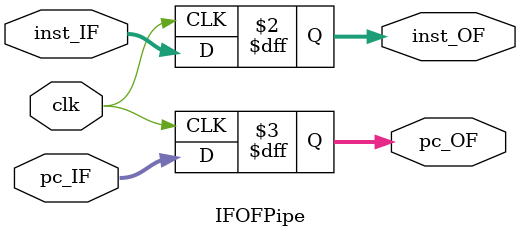
<source format=v>
`timescale 1ns / 1ps


module IFOFPipe(
    input clk,
    input [31:0] inst_IF,
    output reg [31:0] inst_OF,
    input [31:0] pc_IF,
    output reg [31:0] pc_OF
    );
    
    always @(posedge clk) begin
            inst_OF <= inst_IF;
            pc_OF <= pc_IF;
        end
endmodule

</source>
